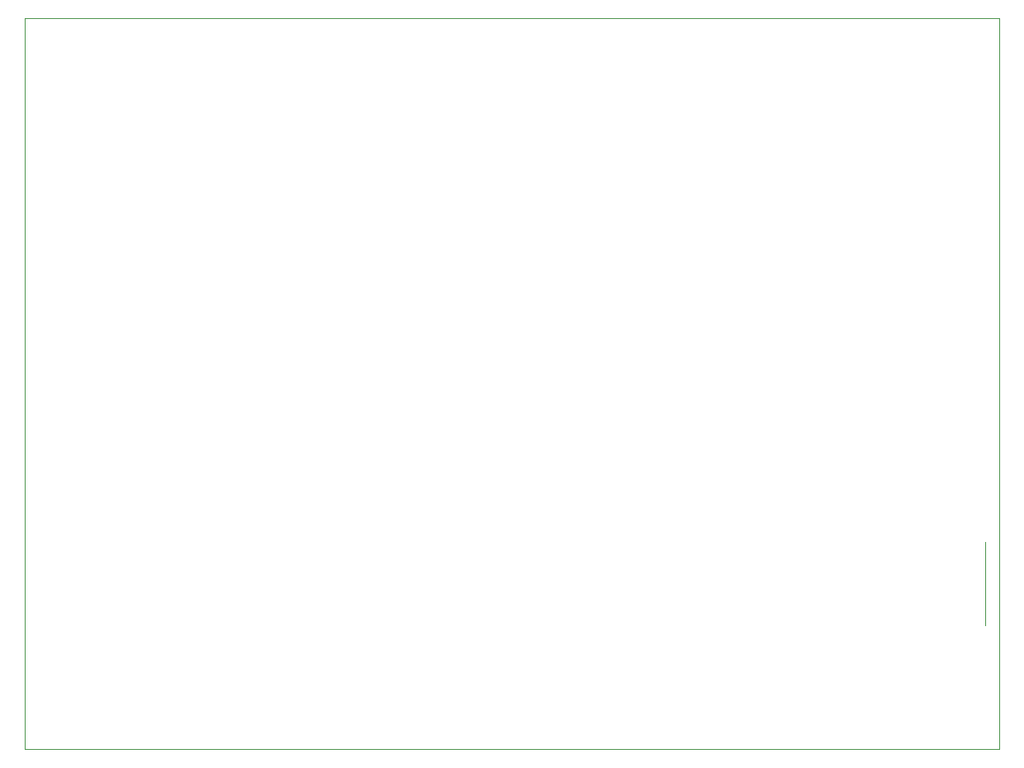
<source format=gbr>
%TF.GenerationSoftware,KiCad,Pcbnew,8.0.2*%
%TF.CreationDate,2024-10-03T19:13:02-03:00*%
%TF.ProjectId,ESCX,45534358-2e6b-4696-9361-645f70636258,rev?*%
%TF.SameCoordinates,Original*%
%TF.FileFunction,Profile,NP*%
%FSLAX46Y46*%
G04 Gerber Fmt 4.6, Leading zero omitted, Abs format (unit mm)*
G04 Created by KiCad (PCBNEW 8.0.2) date 2024-10-03 19:13:02*
%MOMM*%
%LPD*%
G01*
G04 APERTURE LIST*
%TA.AperFunction,Profile*%
%ADD10C,0.100000*%
%TD*%
G04 APERTURE END LIST*
D10*
X99000000Y-59000000D02*
X199000000Y-59000000D01*
X199000000Y-134000000D01*
X99000000Y-134000000D01*
X99000000Y-59000000D01*
%TO.C,J2*%
X197500000Y-121300000D02*
X197500000Y-112700000D01*
%TD*%
M02*

</source>
